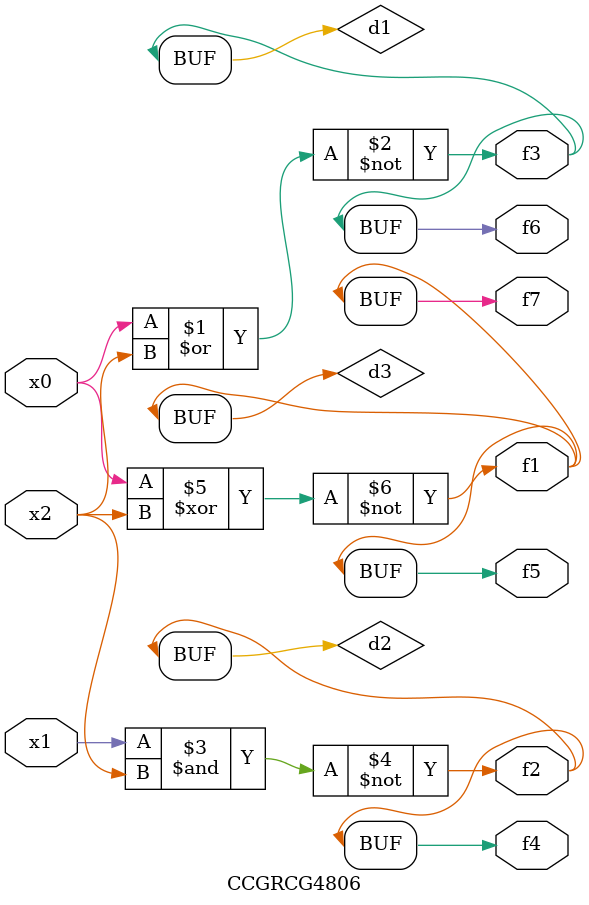
<source format=v>
module CCGRCG4806(
	input x0, x1, x2,
	output f1, f2, f3, f4, f5, f6, f7
);

	wire d1, d2, d3;

	nor (d1, x0, x2);
	nand (d2, x1, x2);
	xnor (d3, x0, x2);
	assign f1 = d3;
	assign f2 = d2;
	assign f3 = d1;
	assign f4 = d2;
	assign f5 = d3;
	assign f6 = d1;
	assign f7 = d3;
endmodule

</source>
